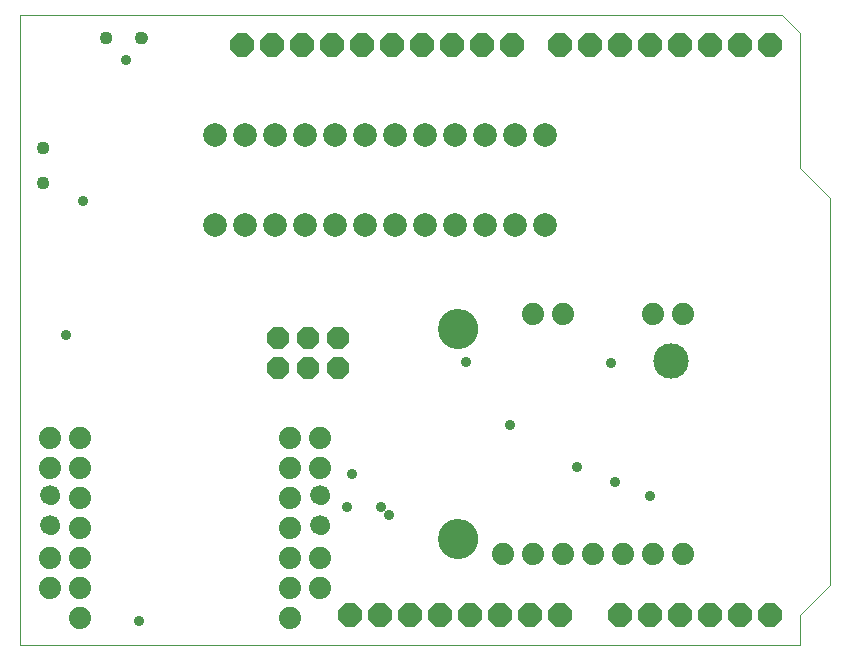
<source format=gbs>
G75*
%MOIN*%
%OFA0B0*%
%FSLAX25Y25*%
%IPPOS*%
%LPD*%
%AMOC8*
5,1,8,0,0,1.08239X$1,22.5*
%
%ADD10C,0.00004*%
%ADD11OC8,0.07944*%
%ADD12C,0.00000*%
%ADD13C,0.04343*%
%ADD14C,0.07400*%
%ADD15C,0.11824*%
%ADD16C,0.13398*%
%ADD17OC8,0.07226*%
%ADD18C,0.06300*%
%ADD19C,0.06600*%
%ADD20C,0.07887*%
%ADD21C,0.03556*%
D10*
X0016500Y0031300D02*
X0276500Y0031300D01*
X0276500Y0041300D01*
X0286500Y0051300D01*
X0286500Y0180300D01*
X0276500Y0190300D01*
X0276500Y0235300D01*
X0270500Y0241300D01*
X0016500Y0241300D01*
X0016500Y0031300D01*
D11*
X0126500Y0041300D03*
X0136500Y0041300D03*
X0146500Y0041300D03*
X0156500Y0041300D03*
X0166500Y0041300D03*
X0176500Y0041300D03*
X0186500Y0041300D03*
X0196500Y0041300D03*
X0216500Y0041300D03*
X0226500Y0041300D03*
X0236500Y0041300D03*
X0246500Y0041300D03*
X0256500Y0041300D03*
X0266500Y0041300D03*
X0266500Y0231300D03*
X0256500Y0231300D03*
X0246500Y0231300D03*
X0236500Y0231300D03*
X0226500Y0231300D03*
X0216500Y0231300D03*
X0206500Y0231300D03*
X0196500Y0231300D03*
X0180500Y0231300D03*
X0170500Y0231300D03*
X0160500Y0231300D03*
X0150500Y0231300D03*
X0140500Y0231300D03*
X0130500Y0231300D03*
X0120500Y0231300D03*
X0110500Y0231300D03*
X0100500Y0231300D03*
X0090500Y0231300D03*
D12*
X0055134Y0233800D02*
X0055136Y0233884D01*
X0055142Y0233967D01*
X0055152Y0234050D01*
X0055166Y0234133D01*
X0055183Y0234215D01*
X0055205Y0234296D01*
X0055230Y0234375D01*
X0055259Y0234454D01*
X0055292Y0234531D01*
X0055328Y0234606D01*
X0055368Y0234680D01*
X0055411Y0234752D01*
X0055458Y0234821D01*
X0055508Y0234888D01*
X0055561Y0234953D01*
X0055617Y0235015D01*
X0055675Y0235075D01*
X0055737Y0235132D01*
X0055801Y0235185D01*
X0055868Y0235236D01*
X0055937Y0235283D01*
X0056008Y0235328D01*
X0056081Y0235368D01*
X0056156Y0235405D01*
X0056233Y0235439D01*
X0056311Y0235469D01*
X0056390Y0235495D01*
X0056471Y0235518D01*
X0056553Y0235536D01*
X0056635Y0235551D01*
X0056718Y0235562D01*
X0056801Y0235569D01*
X0056885Y0235572D01*
X0056969Y0235571D01*
X0057052Y0235566D01*
X0057136Y0235557D01*
X0057218Y0235544D01*
X0057300Y0235528D01*
X0057381Y0235507D01*
X0057462Y0235483D01*
X0057540Y0235455D01*
X0057618Y0235423D01*
X0057694Y0235387D01*
X0057768Y0235348D01*
X0057840Y0235306D01*
X0057910Y0235260D01*
X0057978Y0235211D01*
X0058043Y0235159D01*
X0058106Y0235104D01*
X0058166Y0235046D01*
X0058224Y0234985D01*
X0058278Y0234921D01*
X0058330Y0234855D01*
X0058378Y0234787D01*
X0058423Y0234716D01*
X0058464Y0234643D01*
X0058503Y0234569D01*
X0058537Y0234493D01*
X0058568Y0234415D01*
X0058595Y0234336D01*
X0058619Y0234255D01*
X0058638Y0234174D01*
X0058654Y0234092D01*
X0058666Y0234009D01*
X0058674Y0233925D01*
X0058678Y0233842D01*
X0058678Y0233758D01*
X0058674Y0233675D01*
X0058666Y0233591D01*
X0058654Y0233508D01*
X0058638Y0233426D01*
X0058619Y0233345D01*
X0058595Y0233264D01*
X0058568Y0233185D01*
X0058537Y0233107D01*
X0058503Y0233031D01*
X0058464Y0232957D01*
X0058423Y0232884D01*
X0058378Y0232813D01*
X0058330Y0232745D01*
X0058278Y0232679D01*
X0058224Y0232615D01*
X0058166Y0232554D01*
X0058106Y0232496D01*
X0058043Y0232441D01*
X0057978Y0232389D01*
X0057910Y0232340D01*
X0057840Y0232294D01*
X0057768Y0232252D01*
X0057694Y0232213D01*
X0057618Y0232177D01*
X0057540Y0232145D01*
X0057462Y0232117D01*
X0057381Y0232093D01*
X0057300Y0232072D01*
X0057218Y0232056D01*
X0057136Y0232043D01*
X0057052Y0232034D01*
X0056969Y0232029D01*
X0056885Y0232028D01*
X0056801Y0232031D01*
X0056718Y0232038D01*
X0056635Y0232049D01*
X0056553Y0232064D01*
X0056471Y0232082D01*
X0056390Y0232105D01*
X0056311Y0232131D01*
X0056233Y0232161D01*
X0056156Y0232195D01*
X0056081Y0232232D01*
X0056008Y0232272D01*
X0055937Y0232317D01*
X0055868Y0232364D01*
X0055801Y0232415D01*
X0055737Y0232468D01*
X0055675Y0232525D01*
X0055617Y0232585D01*
X0055561Y0232647D01*
X0055508Y0232712D01*
X0055458Y0232779D01*
X0055411Y0232848D01*
X0055368Y0232920D01*
X0055328Y0232994D01*
X0055292Y0233069D01*
X0055259Y0233146D01*
X0055230Y0233225D01*
X0055205Y0233304D01*
X0055183Y0233385D01*
X0055166Y0233467D01*
X0055152Y0233550D01*
X0055142Y0233633D01*
X0055136Y0233716D01*
X0055134Y0233800D01*
X0043322Y0233800D02*
X0043324Y0233884D01*
X0043330Y0233967D01*
X0043340Y0234050D01*
X0043354Y0234133D01*
X0043371Y0234215D01*
X0043393Y0234296D01*
X0043418Y0234375D01*
X0043447Y0234454D01*
X0043480Y0234531D01*
X0043516Y0234606D01*
X0043556Y0234680D01*
X0043599Y0234752D01*
X0043646Y0234821D01*
X0043696Y0234888D01*
X0043749Y0234953D01*
X0043805Y0235015D01*
X0043863Y0235075D01*
X0043925Y0235132D01*
X0043989Y0235185D01*
X0044056Y0235236D01*
X0044125Y0235283D01*
X0044196Y0235328D01*
X0044269Y0235368D01*
X0044344Y0235405D01*
X0044421Y0235439D01*
X0044499Y0235469D01*
X0044578Y0235495D01*
X0044659Y0235518D01*
X0044741Y0235536D01*
X0044823Y0235551D01*
X0044906Y0235562D01*
X0044989Y0235569D01*
X0045073Y0235572D01*
X0045157Y0235571D01*
X0045240Y0235566D01*
X0045324Y0235557D01*
X0045406Y0235544D01*
X0045488Y0235528D01*
X0045569Y0235507D01*
X0045650Y0235483D01*
X0045728Y0235455D01*
X0045806Y0235423D01*
X0045882Y0235387D01*
X0045956Y0235348D01*
X0046028Y0235306D01*
X0046098Y0235260D01*
X0046166Y0235211D01*
X0046231Y0235159D01*
X0046294Y0235104D01*
X0046354Y0235046D01*
X0046412Y0234985D01*
X0046466Y0234921D01*
X0046518Y0234855D01*
X0046566Y0234787D01*
X0046611Y0234716D01*
X0046652Y0234643D01*
X0046691Y0234569D01*
X0046725Y0234493D01*
X0046756Y0234415D01*
X0046783Y0234336D01*
X0046807Y0234255D01*
X0046826Y0234174D01*
X0046842Y0234092D01*
X0046854Y0234009D01*
X0046862Y0233925D01*
X0046866Y0233842D01*
X0046866Y0233758D01*
X0046862Y0233675D01*
X0046854Y0233591D01*
X0046842Y0233508D01*
X0046826Y0233426D01*
X0046807Y0233345D01*
X0046783Y0233264D01*
X0046756Y0233185D01*
X0046725Y0233107D01*
X0046691Y0233031D01*
X0046652Y0232957D01*
X0046611Y0232884D01*
X0046566Y0232813D01*
X0046518Y0232745D01*
X0046466Y0232679D01*
X0046412Y0232615D01*
X0046354Y0232554D01*
X0046294Y0232496D01*
X0046231Y0232441D01*
X0046166Y0232389D01*
X0046098Y0232340D01*
X0046028Y0232294D01*
X0045956Y0232252D01*
X0045882Y0232213D01*
X0045806Y0232177D01*
X0045728Y0232145D01*
X0045650Y0232117D01*
X0045569Y0232093D01*
X0045488Y0232072D01*
X0045406Y0232056D01*
X0045324Y0232043D01*
X0045240Y0232034D01*
X0045157Y0232029D01*
X0045073Y0232028D01*
X0044989Y0232031D01*
X0044906Y0232038D01*
X0044823Y0232049D01*
X0044741Y0232064D01*
X0044659Y0232082D01*
X0044578Y0232105D01*
X0044499Y0232131D01*
X0044421Y0232161D01*
X0044344Y0232195D01*
X0044269Y0232232D01*
X0044196Y0232272D01*
X0044125Y0232317D01*
X0044056Y0232364D01*
X0043989Y0232415D01*
X0043925Y0232468D01*
X0043863Y0232525D01*
X0043805Y0232585D01*
X0043749Y0232647D01*
X0043696Y0232712D01*
X0043646Y0232779D01*
X0043599Y0232848D01*
X0043556Y0232920D01*
X0043516Y0232994D01*
X0043480Y0233069D01*
X0043447Y0233146D01*
X0043418Y0233225D01*
X0043393Y0233304D01*
X0043371Y0233385D01*
X0043354Y0233467D01*
X0043340Y0233550D01*
X0043330Y0233633D01*
X0043324Y0233716D01*
X0043322Y0233800D01*
X0022228Y0197206D02*
X0022230Y0197290D01*
X0022236Y0197373D01*
X0022246Y0197456D01*
X0022260Y0197539D01*
X0022277Y0197621D01*
X0022299Y0197702D01*
X0022324Y0197781D01*
X0022353Y0197860D01*
X0022386Y0197937D01*
X0022422Y0198012D01*
X0022462Y0198086D01*
X0022505Y0198158D01*
X0022552Y0198227D01*
X0022602Y0198294D01*
X0022655Y0198359D01*
X0022711Y0198421D01*
X0022769Y0198481D01*
X0022831Y0198538D01*
X0022895Y0198591D01*
X0022962Y0198642D01*
X0023031Y0198689D01*
X0023102Y0198734D01*
X0023175Y0198774D01*
X0023250Y0198811D01*
X0023327Y0198845D01*
X0023405Y0198875D01*
X0023484Y0198901D01*
X0023565Y0198924D01*
X0023647Y0198942D01*
X0023729Y0198957D01*
X0023812Y0198968D01*
X0023895Y0198975D01*
X0023979Y0198978D01*
X0024063Y0198977D01*
X0024146Y0198972D01*
X0024230Y0198963D01*
X0024312Y0198950D01*
X0024394Y0198934D01*
X0024475Y0198913D01*
X0024556Y0198889D01*
X0024634Y0198861D01*
X0024712Y0198829D01*
X0024788Y0198793D01*
X0024862Y0198754D01*
X0024934Y0198712D01*
X0025004Y0198666D01*
X0025072Y0198617D01*
X0025137Y0198565D01*
X0025200Y0198510D01*
X0025260Y0198452D01*
X0025318Y0198391D01*
X0025372Y0198327D01*
X0025424Y0198261D01*
X0025472Y0198193D01*
X0025517Y0198122D01*
X0025558Y0198049D01*
X0025597Y0197975D01*
X0025631Y0197899D01*
X0025662Y0197821D01*
X0025689Y0197742D01*
X0025713Y0197661D01*
X0025732Y0197580D01*
X0025748Y0197498D01*
X0025760Y0197415D01*
X0025768Y0197331D01*
X0025772Y0197248D01*
X0025772Y0197164D01*
X0025768Y0197081D01*
X0025760Y0196997D01*
X0025748Y0196914D01*
X0025732Y0196832D01*
X0025713Y0196751D01*
X0025689Y0196670D01*
X0025662Y0196591D01*
X0025631Y0196513D01*
X0025597Y0196437D01*
X0025558Y0196363D01*
X0025517Y0196290D01*
X0025472Y0196219D01*
X0025424Y0196151D01*
X0025372Y0196085D01*
X0025318Y0196021D01*
X0025260Y0195960D01*
X0025200Y0195902D01*
X0025137Y0195847D01*
X0025072Y0195795D01*
X0025004Y0195746D01*
X0024934Y0195700D01*
X0024862Y0195658D01*
X0024788Y0195619D01*
X0024712Y0195583D01*
X0024634Y0195551D01*
X0024556Y0195523D01*
X0024475Y0195499D01*
X0024394Y0195478D01*
X0024312Y0195462D01*
X0024230Y0195449D01*
X0024146Y0195440D01*
X0024063Y0195435D01*
X0023979Y0195434D01*
X0023895Y0195437D01*
X0023812Y0195444D01*
X0023729Y0195455D01*
X0023647Y0195470D01*
X0023565Y0195488D01*
X0023484Y0195511D01*
X0023405Y0195537D01*
X0023327Y0195567D01*
X0023250Y0195601D01*
X0023175Y0195638D01*
X0023102Y0195678D01*
X0023031Y0195723D01*
X0022962Y0195770D01*
X0022895Y0195821D01*
X0022831Y0195874D01*
X0022769Y0195931D01*
X0022711Y0195991D01*
X0022655Y0196053D01*
X0022602Y0196118D01*
X0022552Y0196185D01*
X0022505Y0196254D01*
X0022462Y0196326D01*
X0022422Y0196400D01*
X0022386Y0196475D01*
X0022353Y0196552D01*
X0022324Y0196631D01*
X0022299Y0196710D01*
X0022277Y0196791D01*
X0022260Y0196873D01*
X0022246Y0196956D01*
X0022236Y0197039D01*
X0022230Y0197122D01*
X0022228Y0197206D01*
X0022228Y0185394D02*
X0022230Y0185478D01*
X0022236Y0185561D01*
X0022246Y0185644D01*
X0022260Y0185727D01*
X0022277Y0185809D01*
X0022299Y0185890D01*
X0022324Y0185969D01*
X0022353Y0186048D01*
X0022386Y0186125D01*
X0022422Y0186200D01*
X0022462Y0186274D01*
X0022505Y0186346D01*
X0022552Y0186415D01*
X0022602Y0186482D01*
X0022655Y0186547D01*
X0022711Y0186609D01*
X0022769Y0186669D01*
X0022831Y0186726D01*
X0022895Y0186779D01*
X0022962Y0186830D01*
X0023031Y0186877D01*
X0023102Y0186922D01*
X0023175Y0186962D01*
X0023250Y0186999D01*
X0023327Y0187033D01*
X0023405Y0187063D01*
X0023484Y0187089D01*
X0023565Y0187112D01*
X0023647Y0187130D01*
X0023729Y0187145D01*
X0023812Y0187156D01*
X0023895Y0187163D01*
X0023979Y0187166D01*
X0024063Y0187165D01*
X0024146Y0187160D01*
X0024230Y0187151D01*
X0024312Y0187138D01*
X0024394Y0187122D01*
X0024475Y0187101D01*
X0024556Y0187077D01*
X0024634Y0187049D01*
X0024712Y0187017D01*
X0024788Y0186981D01*
X0024862Y0186942D01*
X0024934Y0186900D01*
X0025004Y0186854D01*
X0025072Y0186805D01*
X0025137Y0186753D01*
X0025200Y0186698D01*
X0025260Y0186640D01*
X0025318Y0186579D01*
X0025372Y0186515D01*
X0025424Y0186449D01*
X0025472Y0186381D01*
X0025517Y0186310D01*
X0025558Y0186237D01*
X0025597Y0186163D01*
X0025631Y0186087D01*
X0025662Y0186009D01*
X0025689Y0185930D01*
X0025713Y0185849D01*
X0025732Y0185768D01*
X0025748Y0185686D01*
X0025760Y0185603D01*
X0025768Y0185519D01*
X0025772Y0185436D01*
X0025772Y0185352D01*
X0025768Y0185269D01*
X0025760Y0185185D01*
X0025748Y0185102D01*
X0025732Y0185020D01*
X0025713Y0184939D01*
X0025689Y0184858D01*
X0025662Y0184779D01*
X0025631Y0184701D01*
X0025597Y0184625D01*
X0025558Y0184551D01*
X0025517Y0184478D01*
X0025472Y0184407D01*
X0025424Y0184339D01*
X0025372Y0184273D01*
X0025318Y0184209D01*
X0025260Y0184148D01*
X0025200Y0184090D01*
X0025137Y0184035D01*
X0025072Y0183983D01*
X0025004Y0183934D01*
X0024934Y0183888D01*
X0024862Y0183846D01*
X0024788Y0183807D01*
X0024712Y0183771D01*
X0024634Y0183739D01*
X0024556Y0183711D01*
X0024475Y0183687D01*
X0024394Y0183666D01*
X0024312Y0183650D01*
X0024230Y0183637D01*
X0024146Y0183628D01*
X0024063Y0183623D01*
X0023979Y0183622D01*
X0023895Y0183625D01*
X0023812Y0183632D01*
X0023729Y0183643D01*
X0023647Y0183658D01*
X0023565Y0183676D01*
X0023484Y0183699D01*
X0023405Y0183725D01*
X0023327Y0183755D01*
X0023250Y0183789D01*
X0023175Y0183826D01*
X0023102Y0183866D01*
X0023031Y0183911D01*
X0022962Y0183958D01*
X0022895Y0184009D01*
X0022831Y0184062D01*
X0022769Y0184119D01*
X0022711Y0184179D01*
X0022655Y0184241D01*
X0022602Y0184306D01*
X0022552Y0184373D01*
X0022505Y0184442D01*
X0022462Y0184514D01*
X0022422Y0184588D01*
X0022386Y0184663D01*
X0022353Y0184740D01*
X0022324Y0184819D01*
X0022299Y0184898D01*
X0022277Y0184979D01*
X0022260Y0185061D01*
X0022246Y0185144D01*
X0022236Y0185227D01*
X0022230Y0185310D01*
X0022228Y0185394D01*
X0023600Y0081300D02*
X0023602Y0081407D01*
X0023608Y0081514D01*
X0023618Y0081621D01*
X0023632Y0081727D01*
X0023649Y0081833D01*
X0023671Y0081938D01*
X0023697Y0082042D01*
X0023726Y0082145D01*
X0023759Y0082247D01*
X0023796Y0082348D01*
X0023836Y0082447D01*
X0023881Y0082544D01*
X0023928Y0082640D01*
X0023980Y0082735D01*
X0024034Y0082827D01*
X0024092Y0082917D01*
X0024154Y0083005D01*
X0024218Y0083090D01*
X0024286Y0083173D01*
X0024357Y0083254D01*
X0024431Y0083332D01*
X0024507Y0083407D01*
X0024586Y0083479D01*
X0024668Y0083548D01*
X0024752Y0083614D01*
X0024839Y0083677D01*
X0024928Y0083737D01*
X0025019Y0083793D01*
X0025112Y0083846D01*
X0025207Y0083896D01*
X0025304Y0083942D01*
X0025403Y0083984D01*
X0025503Y0084023D01*
X0025604Y0084058D01*
X0025706Y0084089D01*
X0025810Y0084117D01*
X0025915Y0084140D01*
X0026020Y0084160D01*
X0026126Y0084176D01*
X0026232Y0084188D01*
X0026339Y0084196D01*
X0026446Y0084200D01*
X0026554Y0084200D01*
X0026661Y0084196D01*
X0026768Y0084188D01*
X0026874Y0084176D01*
X0026980Y0084160D01*
X0027085Y0084140D01*
X0027190Y0084117D01*
X0027294Y0084089D01*
X0027396Y0084058D01*
X0027497Y0084023D01*
X0027597Y0083984D01*
X0027696Y0083942D01*
X0027793Y0083896D01*
X0027888Y0083846D01*
X0027981Y0083793D01*
X0028072Y0083737D01*
X0028161Y0083677D01*
X0028248Y0083614D01*
X0028332Y0083548D01*
X0028414Y0083479D01*
X0028493Y0083407D01*
X0028569Y0083332D01*
X0028643Y0083254D01*
X0028714Y0083173D01*
X0028782Y0083090D01*
X0028846Y0083005D01*
X0028908Y0082917D01*
X0028966Y0082827D01*
X0029020Y0082735D01*
X0029072Y0082640D01*
X0029119Y0082544D01*
X0029164Y0082447D01*
X0029204Y0082348D01*
X0029241Y0082247D01*
X0029274Y0082145D01*
X0029303Y0082042D01*
X0029329Y0081938D01*
X0029351Y0081833D01*
X0029368Y0081727D01*
X0029382Y0081621D01*
X0029392Y0081514D01*
X0029398Y0081407D01*
X0029400Y0081300D01*
X0029398Y0081193D01*
X0029392Y0081086D01*
X0029382Y0080979D01*
X0029368Y0080873D01*
X0029351Y0080767D01*
X0029329Y0080662D01*
X0029303Y0080558D01*
X0029274Y0080455D01*
X0029241Y0080353D01*
X0029204Y0080252D01*
X0029164Y0080153D01*
X0029119Y0080056D01*
X0029072Y0079960D01*
X0029020Y0079865D01*
X0028966Y0079773D01*
X0028908Y0079683D01*
X0028846Y0079595D01*
X0028782Y0079510D01*
X0028714Y0079427D01*
X0028643Y0079346D01*
X0028569Y0079268D01*
X0028493Y0079193D01*
X0028414Y0079121D01*
X0028332Y0079052D01*
X0028248Y0078986D01*
X0028161Y0078923D01*
X0028072Y0078863D01*
X0027981Y0078807D01*
X0027888Y0078754D01*
X0027793Y0078704D01*
X0027696Y0078658D01*
X0027597Y0078616D01*
X0027497Y0078577D01*
X0027396Y0078542D01*
X0027294Y0078511D01*
X0027190Y0078483D01*
X0027085Y0078460D01*
X0026980Y0078440D01*
X0026874Y0078424D01*
X0026768Y0078412D01*
X0026661Y0078404D01*
X0026554Y0078400D01*
X0026446Y0078400D01*
X0026339Y0078404D01*
X0026232Y0078412D01*
X0026126Y0078424D01*
X0026020Y0078440D01*
X0025915Y0078460D01*
X0025810Y0078483D01*
X0025706Y0078511D01*
X0025604Y0078542D01*
X0025503Y0078577D01*
X0025403Y0078616D01*
X0025304Y0078658D01*
X0025207Y0078704D01*
X0025112Y0078754D01*
X0025019Y0078807D01*
X0024928Y0078863D01*
X0024839Y0078923D01*
X0024752Y0078986D01*
X0024668Y0079052D01*
X0024586Y0079121D01*
X0024507Y0079193D01*
X0024431Y0079268D01*
X0024357Y0079346D01*
X0024286Y0079427D01*
X0024218Y0079510D01*
X0024154Y0079595D01*
X0024092Y0079683D01*
X0024034Y0079773D01*
X0023980Y0079865D01*
X0023928Y0079960D01*
X0023881Y0080056D01*
X0023836Y0080153D01*
X0023796Y0080252D01*
X0023759Y0080353D01*
X0023726Y0080455D01*
X0023697Y0080558D01*
X0023671Y0080662D01*
X0023649Y0080767D01*
X0023632Y0080873D01*
X0023618Y0080979D01*
X0023608Y0081086D01*
X0023602Y0081193D01*
X0023600Y0081300D01*
X0023600Y0071300D02*
X0023602Y0071407D01*
X0023608Y0071514D01*
X0023618Y0071621D01*
X0023632Y0071727D01*
X0023649Y0071833D01*
X0023671Y0071938D01*
X0023697Y0072042D01*
X0023726Y0072145D01*
X0023759Y0072247D01*
X0023796Y0072348D01*
X0023836Y0072447D01*
X0023881Y0072544D01*
X0023928Y0072640D01*
X0023980Y0072735D01*
X0024034Y0072827D01*
X0024092Y0072917D01*
X0024154Y0073005D01*
X0024218Y0073090D01*
X0024286Y0073173D01*
X0024357Y0073254D01*
X0024431Y0073332D01*
X0024507Y0073407D01*
X0024586Y0073479D01*
X0024668Y0073548D01*
X0024752Y0073614D01*
X0024839Y0073677D01*
X0024928Y0073737D01*
X0025019Y0073793D01*
X0025112Y0073846D01*
X0025207Y0073896D01*
X0025304Y0073942D01*
X0025403Y0073984D01*
X0025503Y0074023D01*
X0025604Y0074058D01*
X0025706Y0074089D01*
X0025810Y0074117D01*
X0025915Y0074140D01*
X0026020Y0074160D01*
X0026126Y0074176D01*
X0026232Y0074188D01*
X0026339Y0074196D01*
X0026446Y0074200D01*
X0026554Y0074200D01*
X0026661Y0074196D01*
X0026768Y0074188D01*
X0026874Y0074176D01*
X0026980Y0074160D01*
X0027085Y0074140D01*
X0027190Y0074117D01*
X0027294Y0074089D01*
X0027396Y0074058D01*
X0027497Y0074023D01*
X0027597Y0073984D01*
X0027696Y0073942D01*
X0027793Y0073896D01*
X0027888Y0073846D01*
X0027981Y0073793D01*
X0028072Y0073737D01*
X0028161Y0073677D01*
X0028248Y0073614D01*
X0028332Y0073548D01*
X0028414Y0073479D01*
X0028493Y0073407D01*
X0028569Y0073332D01*
X0028643Y0073254D01*
X0028714Y0073173D01*
X0028782Y0073090D01*
X0028846Y0073005D01*
X0028908Y0072917D01*
X0028966Y0072827D01*
X0029020Y0072735D01*
X0029072Y0072640D01*
X0029119Y0072544D01*
X0029164Y0072447D01*
X0029204Y0072348D01*
X0029241Y0072247D01*
X0029274Y0072145D01*
X0029303Y0072042D01*
X0029329Y0071938D01*
X0029351Y0071833D01*
X0029368Y0071727D01*
X0029382Y0071621D01*
X0029392Y0071514D01*
X0029398Y0071407D01*
X0029400Y0071300D01*
X0029398Y0071193D01*
X0029392Y0071086D01*
X0029382Y0070979D01*
X0029368Y0070873D01*
X0029351Y0070767D01*
X0029329Y0070662D01*
X0029303Y0070558D01*
X0029274Y0070455D01*
X0029241Y0070353D01*
X0029204Y0070252D01*
X0029164Y0070153D01*
X0029119Y0070056D01*
X0029072Y0069960D01*
X0029020Y0069865D01*
X0028966Y0069773D01*
X0028908Y0069683D01*
X0028846Y0069595D01*
X0028782Y0069510D01*
X0028714Y0069427D01*
X0028643Y0069346D01*
X0028569Y0069268D01*
X0028493Y0069193D01*
X0028414Y0069121D01*
X0028332Y0069052D01*
X0028248Y0068986D01*
X0028161Y0068923D01*
X0028072Y0068863D01*
X0027981Y0068807D01*
X0027888Y0068754D01*
X0027793Y0068704D01*
X0027696Y0068658D01*
X0027597Y0068616D01*
X0027497Y0068577D01*
X0027396Y0068542D01*
X0027294Y0068511D01*
X0027190Y0068483D01*
X0027085Y0068460D01*
X0026980Y0068440D01*
X0026874Y0068424D01*
X0026768Y0068412D01*
X0026661Y0068404D01*
X0026554Y0068400D01*
X0026446Y0068400D01*
X0026339Y0068404D01*
X0026232Y0068412D01*
X0026126Y0068424D01*
X0026020Y0068440D01*
X0025915Y0068460D01*
X0025810Y0068483D01*
X0025706Y0068511D01*
X0025604Y0068542D01*
X0025503Y0068577D01*
X0025403Y0068616D01*
X0025304Y0068658D01*
X0025207Y0068704D01*
X0025112Y0068754D01*
X0025019Y0068807D01*
X0024928Y0068863D01*
X0024839Y0068923D01*
X0024752Y0068986D01*
X0024668Y0069052D01*
X0024586Y0069121D01*
X0024507Y0069193D01*
X0024431Y0069268D01*
X0024357Y0069346D01*
X0024286Y0069427D01*
X0024218Y0069510D01*
X0024154Y0069595D01*
X0024092Y0069683D01*
X0024034Y0069773D01*
X0023980Y0069865D01*
X0023928Y0069960D01*
X0023881Y0070056D01*
X0023836Y0070153D01*
X0023796Y0070252D01*
X0023759Y0070353D01*
X0023726Y0070455D01*
X0023697Y0070558D01*
X0023671Y0070662D01*
X0023649Y0070767D01*
X0023632Y0070873D01*
X0023618Y0070979D01*
X0023608Y0071086D01*
X0023602Y0071193D01*
X0023600Y0071300D01*
X0113600Y0071300D02*
X0113602Y0071407D01*
X0113608Y0071514D01*
X0113618Y0071621D01*
X0113632Y0071727D01*
X0113649Y0071833D01*
X0113671Y0071938D01*
X0113697Y0072042D01*
X0113726Y0072145D01*
X0113759Y0072247D01*
X0113796Y0072348D01*
X0113836Y0072447D01*
X0113881Y0072544D01*
X0113928Y0072640D01*
X0113980Y0072735D01*
X0114034Y0072827D01*
X0114092Y0072917D01*
X0114154Y0073005D01*
X0114218Y0073090D01*
X0114286Y0073173D01*
X0114357Y0073254D01*
X0114431Y0073332D01*
X0114507Y0073407D01*
X0114586Y0073479D01*
X0114668Y0073548D01*
X0114752Y0073614D01*
X0114839Y0073677D01*
X0114928Y0073737D01*
X0115019Y0073793D01*
X0115112Y0073846D01*
X0115207Y0073896D01*
X0115304Y0073942D01*
X0115403Y0073984D01*
X0115503Y0074023D01*
X0115604Y0074058D01*
X0115706Y0074089D01*
X0115810Y0074117D01*
X0115915Y0074140D01*
X0116020Y0074160D01*
X0116126Y0074176D01*
X0116232Y0074188D01*
X0116339Y0074196D01*
X0116446Y0074200D01*
X0116554Y0074200D01*
X0116661Y0074196D01*
X0116768Y0074188D01*
X0116874Y0074176D01*
X0116980Y0074160D01*
X0117085Y0074140D01*
X0117190Y0074117D01*
X0117294Y0074089D01*
X0117396Y0074058D01*
X0117497Y0074023D01*
X0117597Y0073984D01*
X0117696Y0073942D01*
X0117793Y0073896D01*
X0117888Y0073846D01*
X0117981Y0073793D01*
X0118072Y0073737D01*
X0118161Y0073677D01*
X0118248Y0073614D01*
X0118332Y0073548D01*
X0118414Y0073479D01*
X0118493Y0073407D01*
X0118569Y0073332D01*
X0118643Y0073254D01*
X0118714Y0073173D01*
X0118782Y0073090D01*
X0118846Y0073005D01*
X0118908Y0072917D01*
X0118966Y0072827D01*
X0119020Y0072735D01*
X0119072Y0072640D01*
X0119119Y0072544D01*
X0119164Y0072447D01*
X0119204Y0072348D01*
X0119241Y0072247D01*
X0119274Y0072145D01*
X0119303Y0072042D01*
X0119329Y0071938D01*
X0119351Y0071833D01*
X0119368Y0071727D01*
X0119382Y0071621D01*
X0119392Y0071514D01*
X0119398Y0071407D01*
X0119400Y0071300D01*
X0119398Y0071193D01*
X0119392Y0071086D01*
X0119382Y0070979D01*
X0119368Y0070873D01*
X0119351Y0070767D01*
X0119329Y0070662D01*
X0119303Y0070558D01*
X0119274Y0070455D01*
X0119241Y0070353D01*
X0119204Y0070252D01*
X0119164Y0070153D01*
X0119119Y0070056D01*
X0119072Y0069960D01*
X0119020Y0069865D01*
X0118966Y0069773D01*
X0118908Y0069683D01*
X0118846Y0069595D01*
X0118782Y0069510D01*
X0118714Y0069427D01*
X0118643Y0069346D01*
X0118569Y0069268D01*
X0118493Y0069193D01*
X0118414Y0069121D01*
X0118332Y0069052D01*
X0118248Y0068986D01*
X0118161Y0068923D01*
X0118072Y0068863D01*
X0117981Y0068807D01*
X0117888Y0068754D01*
X0117793Y0068704D01*
X0117696Y0068658D01*
X0117597Y0068616D01*
X0117497Y0068577D01*
X0117396Y0068542D01*
X0117294Y0068511D01*
X0117190Y0068483D01*
X0117085Y0068460D01*
X0116980Y0068440D01*
X0116874Y0068424D01*
X0116768Y0068412D01*
X0116661Y0068404D01*
X0116554Y0068400D01*
X0116446Y0068400D01*
X0116339Y0068404D01*
X0116232Y0068412D01*
X0116126Y0068424D01*
X0116020Y0068440D01*
X0115915Y0068460D01*
X0115810Y0068483D01*
X0115706Y0068511D01*
X0115604Y0068542D01*
X0115503Y0068577D01*
X0115403Y0068616D01*
X0115304Y0068658D01*
X0115207Y0068704D01*
X0115112Y0068754D01*
X0115019Y0068807D01*
X0114928Y0068863D01*
X0114839Y0068923D01*
X0114752Y0068986D01*
X0114668Y0069052D01*
X0114586Y0069121D01*
X0114507Y0069193D01*
X0114431Y0069268D01*
X0114357Y0069346D01*
X0114286Y0069427D01*
X0114218Y0069510D01*
X0114154Y0069595D01*
X0114092Y0069683D01*
X0114034Y0069773D01*
X0113980Y0069865D01*
X0113928Y0069960D01*
X0113881Y0070056D01*
X0113836Y0070153D01*
X0113796Y0070252D01*
X0113759Y0070353D01*
X0113726Y0070455D01*
X0113697Y0070558D01*
X0113671Y0070662D01*
X0113649Y0070767D01*
X0113632Y0070873D01*
X0113618Y0070979D01*
X0113608Y0071086D01*
X0113602Y0071193D01*
X0113600Y0071300D01*
X0113600Y0081300D02*
X0113602Y0081407D01*
X0113608Y0081514D01*
X0113618Y0081621D01*
X0113632Y0081727D01*
X0113649Y0081833D01*
X0113671Y0081938D01*
X0113697Y0082042D01*
X0113726Y0082145D01*
X0113759Y0082247D01*
X0113796Y0082348D01*
X0113836Y0082447D01*
X0113881Y0082544D01*
X0113928Y0082640D01*
X0113980Y0082735D01*
X0114034Y0082827D01*
X0114092Y0082917D01*
X0114154Y0083005D01*
X0114218Y0083090D01*
X0114286Y0083173D01*
X0114357Y0083254D01*
X0114431Y0083332D01*
X0114507Y0083407D01*
X0114586Y0083479D01*
X0114668Y0083548D01*
X0114752Y0083614D01*
X0114839Y0083677D01*
X0114928Y0083737D01*
X0115019Y0083793D01*
X0115112Y0083846D01*
X0115207Y0083896D01*
X0115304Y0083942D01*
X0115403Y0083984D01*
X0115503Y0084023D01*
X0115604Y0084058D01*
X0115706Y0084089D01*
X0115810Y0084117D01*
X0115915Y0084140D01*
X0116020Y0084160D01*
X0116126Y0084176D01*
X0116232Y0084188D01*
X0116339Y0084196D01*
X0116446Y0084200D01*
X0116554Y0084200D01*
X0116661Y0084196D01*
X0116768Y0084188D01*
X0116874Y0084176D01*
X0116980Y0084160D01*
X0117085Y0084140D01*
X0117190Y0084117D01*
X0117294Y0084089D01*
X0117396Y0084058D01*
X0117497Y0084023D01*
X0117597Y0083984D01*
X0117696Y0083942D01*
X0117793Y0083896D01*
X0117888Y0083846D01*
X0117981Y0083793D01*
X0118072Y0083737D01*
X0118161Y0083677D01*
X0118248Y0083614D01*
X0118332Y0083548D01*
X0118414Y0083479D01*
X0118493Y0083407D01*
X0118569Y0083332D01*
X0118643Y0083254D01*
X0118714Y0083173D01*
X0118782Y0083090D01*
X0118846Y0083005D01*
X0118908Y0082917D01*
X0118966Y0082827D01*
X0119020Y0082735D01*
X0119072Y0082640D01*
X0119119Y0082544D01*
X0119164Y0082447D01*
X0119204Y0082348D01*
X0119241Y0082247D01*
X0119274Y0082145D01*
X0119303Y0082042D01*
X0119329Y0081938D01*
X0119351Y0081833D01*
X0119368Y0081727D01*
X0119382Y0081621D01*
X0119392Y0081514D01*
X0119398Y0081407D01*
X0119400Y0081300D01*
X0119398Y0081193D01*
X0119392Y0081086D01*
X0119382Y0080979D01*
X0119368Y0080873D01*
X0119351Y0080767D01*
X0119329Y0080662D01*
X0119303Y0080558D01*
X0119274Y0080455D01*
X0119241Y0080353D01*
X0119204Y0080252D01*
X0119164Y0080153D01*
X0119119Y0080056D01*
X0119072Y0079960D01*
X0119020Y0079865D01*
X0118966Y0079773D01*
X0118908Y0079683D01*
X0118846Y0079595D01*
X0118782Y0079510D01*
X0118714Y0079427D01*
X0118643Y0079346D01*
X0118569Y0079268D01*
X0118493Y0079193D01*
X0118414Y0079121D01*
X0118332Y0079052D01*
X0118248Y0078986D01*
X0118161Y0078923D01*
X0118072Y0078863D01*
X0117981Y0078807D01*
X0117888Y0078754D01*
X0117793Y0078704D01*
X0117696Y0078658D01*
X0117597Y0078616D01*
X0117497Y0078577D01*
X0117396Y0078542D01*
X0117294Y0078511D01*
X0117190Y0078483D01*
X0117085Y0078460D01*
X0116980Y0078440D01*
X0116874Y0078424D01*
X0116768Y0078412D01*
X0116661Y0078404D01*
X0116554Y0078400D01*
X0116446Y0078400D01*
X0116339Y0078404D01*
X0116232Y0078412D01*
X0116126Y0078424D01*
X0116020Y0078440D01*
X0115915Y0078460D01*
X0115810Y0078483D01*
X0115706Y0078511D01*
X0115604Y0078542D01*
X0115503Y0078577D01*
X0115403Y0078616D01*
X0115304Y0078658D01*
X0115207Y0078704D01*
X0115112Y0078754D01*
X0115019Y0078807D01*
X0114928Y0078863D01*
X0114839Y0078923D01*
X0114752Y0078986D01*
X0114668Y0079052D01*
X0114586Y0079121D01*
X0114507Y0079193D01*
X0114431Y0079268D01*
X0114357Y0079346D01*
X0114286Y0079427D01*
X0114218Y0079510D01*
X0114154Y0079595D01*
X0114092Y0079683D01*
X0114034Y0079773D01*
X0113980Y0079865D01*
X0113928Y0079960D01*
X0113881Y0080056D01*
X0113836Y0080153D01*
X0113796Y0080252D01*
X0113759Y0080353D01*
X0113726Y0080455D01*
X0113697Y0080558D01*
X0113671Y0080662D01*
X0113649Y0080767D01*
X0113632Y0080873D01*
X0113618Y0080979D01*
X0113608Y0081086D01*
X0113602Y0081193D01*
X0113600Y0081300D01*
X0156201Y0066800D02*
X0156203Y0066958D01*
X0156209Y0067116D01*
X0156219Y0067274D01*
X0156233Y0067432D01*
X0156251Y0067589D01*
X0156272Y0067746D01*
X0156298Y0067902D01*
X0156328Y0068058D01*
X0156361Y0068213D01*
X0156399Y0068366D01*
X0156440Y0068519D01*
X0156485Y0068671D01*
X0156534Y0068822D01*
X0156587Y0068971D01*
X0156643Y0069119D01*
X0156703Y0069265D01*
X0156767Y0069410D01*
X0156835Y0069553D01*
X0156906Y0069695D01*
X0156980Y0069835D01*
X0157058Y0069972D01*
X0157140Y0070108D01*
X0157224Y0070242D01*
X0157313Y0070373D01*
X0157404Y0070502D01*
X0157499Y0070629D01*
X0157596Y0070754D01*
X0157697Y0070876D01*
X0157801Y0070995D01*
X0157908Y0071112D01*
X0158018Y0071226D01*
X0158131Y0071337D01*
X0158246Y0071446D01*
X0158364Y0071551D01*
X0158485Y0071653D01*
X0158608Y0071753D01*
X0158734Y0071849D01*
X0158862Y0071942D01*
X0158992Y0072032D01*
X0159125Y0072118D01*
X0159260Y0072202D01*
X0159396Y0072281D01*
X0159535Y0072358D01*
X0159676Y0072430D01*
X0159818Y0072500D01*
X0159962Y0072565D01*
X0160108Y0072627D01*
X0160255Y0072685D01*
X0160404Y0072740D01*
X0160554Y0072791D01*
X0160705Y0072838D01*
X0160857Y0072881D01*
X0161010Y0072920D01*
X0161165Y0072956D01*
X0161320Y0072987D01*
X0161476Y0073015D01*
X0161632Y0073039D01*
X0161789Y0073059D01*
X0161947Y0073075D01*
X0162104Y0073087D01*
X0162263Y0073095D01*
X0162421Y0073099D01*
X0162579Y0073099D01*
X0162737Y0073095D01*
X0162896Y0073087D01*
X0163053Y0073075D01*
X0163211Y0073059D01*
X0163368Y0073039D01*
X0163524Y0073015D01*
X0163680Y0072987D01*
X0163835Y0072956D01*
X0163990Y0072920D01*
X0164143Y0072881D01*
X0164295Y0072838D01*
X0164446Y0072791D01*
X0164596Y0072740D01*
X0164745Y0072685D01*
X0164892Y0072627D01*
X0165038Y0072565D01*
X0165182Y0072500D01*
X0165324Y0072430D01*
X0165465Y0072358D01*
X0165604Y0072281D01*
X0165740Y0072202D01*
X0165875Y0072118D01*
X0166008Y0072032D01*
X0166138Y0071942D01*
X0166266Y0071849D01*
X0166392Y0071753D01*
X0166515Y0071653D01*
X0166636Y0071551D01*
X0166754Y0071446D01*
X0166869Y0071337D01*
X0166982Y0071226D01*
X0167092Y0071112D01*
X0167199Y0070995D01*
X0167303Y0070876D01*
X0167404Y0070754D01*
X0167501Y0070629D01*
X0167596Y0070502D01*
X0167687Y0070373D01*
X0167776Y0070242D01*
X0167860Y0070108D01*
X0167942Y0069972D01*
X0168020Y0069835D01*
X0168094Y0069695D01*
X0168165Y0069553D01*
X0168233Y0069410D01*
X0168297Y0069265D01*
X0168357Y0069119D01*
X0168413Y0068971D01*
X0168466Y0068822D01*
X0168515Y0068671D01*
X0168560Y0068519D01*
X0168601Y0068366D01*
X0168639Y0068213D01*
X0168672Y0068058D01*
X0168702Y0067902D01*
X0168728Y0067746D01*
X0168749Y0067589D01*
X0168767Y0067432D01*
X0168781Y0067274D01*
X0168791Y0067116D01*
X0168797Y0066958D01*
X0168799Y0066800D01*
X0168797Y0066642D01*
X0168791Y0066484D01*
X0168781Y0066326D01*
X0168767Y0066168D01*
X0168749Y0066011D01*
X0168728Y0065854D01*
X0168702Y0065698D01*
X0168672Y0065542D01*
X0168639Y0065387D01*
X0168601Y0065234D01*
X0168560Y0065081D01*
X0168515Y0064929D01*
X0168466Y0064778D01*
X0168413Y0064629D01*
X0168357Y0064481D01*
X0168297Y0064335D01*
X0168233Y0064190D01*
X0168165Y0064047D01*
X0168094Y0063905D01*
X0168020Y0063765D01*
X0167942Y0063628D01*
X0167860Y0063492D01*
X0167776Y0063358D01*
X0167687Y0063227D01*
X0167596Y0063098D01*
X0167501Y0062971D01*
X0167404Y0062846D01*
X0167303Y0062724D01*
X0167199Y0062605D01*
X0167092Y0062488D01*
X0166982Y0062374D01*
X0166869Y0062263D01*
X0166754Y0062154D01*
X0166636Y0062049D01*
X0166515Y0061947D01*
X0166392Y0061847D01*
X0166266Y0061751D01*
X0166138Y0061658D01*
X0166008Y0061568D01*
X0165875Y0061482D01*
X0165740Y0061398D01*
X0165604Y0061319D01*
X0165465Y0061242D01*
X0165324Y0061170D01*
X0165182Y0061100D01*
X0165038Y0061035D01*
X0164892Y0060973D01*
X0164745Y0060915D01*
X0164596Y0060860D01*
X0164446Y0060809D01*
X0164295Y0060762D01*
X0164143Y0060719D01*
X0163990Y0060680D01*
X0163835Y0060644D01*
X0163680Y0060613D01*
X0163524Y0060585D01*
X0163368Y0060561D01*
X0163211Y0060541D01*
X0163053Y0060525D01*
X0162896Y0060513D01*
X0162737Y0060505D01*
X0162579Y0060501D01*
X0162421Y0060501D01*
X0162263Y0060505D01*
X0162104Y0060513D01*
X0161947Y0060525D01*
X0161789Y0060541D01*
X0161632Y0060561D01*
X0161476Y0060585D01*
X0161320Y0060613D01*
X0161165Y0060644D01*
X0161010Y0060680D01*
X0160857Y0060719D01*
X0160705Y0060762D01*
X0160554Y0060809D01*
X0160404Y0060860D01*
X0160255Y0060915D01*
X0160108Y0060973D01*
X0159962Y0061035D01*
X0159818Y0061100D01*
X0159676Y0061170D01*
X0159535Y0061242D01*
X0159396Y0061319D01*
X0159260Y0061398D01*
X0159125Y0061482D01*
X0158992Y0061568D01*
X0158862Y0061658D01*
X0158734Y0061751D01*
X0158608Y0061847D01*
X0158485Y0061947D01*
X0158364Y0062049D01*
X0158246Y0062154D01*
X0158131Y0062263D01*
X0158018Y0062374D01*
X0157908Y0062488D01*
X0157801Y0062605D01*
X0157697Y0062724D01*
X0157596Y0062846D01*
X0157499Y0062971D01*
X0157404Y0063098D01*
X0157313Y0063227D01*
X0157224Y0063358D01*
X0157140Y0063492D01*
X0157058Y0063628D01*
X0156980Y0063765D01*
X0156906Y0063905D01*
X0156835Y0064047D01*
X0156767Y0064190D01*
X0156703Y0064335D01*
X0156643Y0064481D01*
X0156587Y0064629D01*
X0156534Y0064778D01*
X0156485Y0064929D01*
X0156440Y0065081D01*
X0156399Y0065234D01*
X0156361Y0065387D01*
X0156328Y0065542D01*
X0156298Y0065698D01*
X0156272Y0065854D01*
X0156251Y0066011D01*
X0156233Y0066168D01*
X0156219Y0066326D01*
X0156209Y0066484D01*
X0156203Y0066642D01*
X0156201Y0066800D01*
X0227788Y0126200D02*
X0227790Y0126348D01*
X0227796Y0126496D01*
X0227806Y0126644D01*
X0227820Y0126791D01*
X0227838Y0126938D01*
X0227859Y0127084D01*
X0227885Y0127230D01*
X0227915Y0127375D01*
X0227948Y0127519D01*
X0227986Y0127662D01*
X0228027Y0127804D01*
X0228072Y0127945D01*
X0228120Y0128085D01*
X0228173Y0128224D01*
X0228229Y0128361D01*
X0228289Y0128496D01*
X0228352Y0128630D01*
X0228419Y0128762D01*
X0228490Y0128892D01*
X0228564Y0129020D01*
X0228641Y0129146D01*
X0228722Y0129270D01*
X0228806Y0129392D01*
X0228893Y0129511D01*
X0228984Y0129628D01*
X0229078Y0129743D01*
X0229174Y0129855D01*
X0229274Y0129965D01*
X0229376Y0130071D01*
X0229482Y0130175D01*
X0229590Y0130276D01*
X0229701Y0130374D01*
X0229814Y0130470D01*
X0229930Y0130562D01*
X0230048Y0130651D01*
X0230169Y0130736D01*
X0230292Y0130819D01*
X0230417Y0130898D01*
X0230544Y0130974D01*
X0230673Y0131046D01*
X0230804Y0131115D01*
X0230937Y0131180D01*
X0231072Y0131241D01*
X0231208Y0131299D01*
X0231345Y0131354D01*
X0231484Y0131404D01*
X0231625Y0131451D01*
X0231766Y0131494D01*
X0231909Y0131534D01*
X0232053Y0131569D01*
X0232197Y0131601D01*
X0232343Y0131628D01*
X0232489Y0131652D01*
X0232636Y0131672D01*
X0232783Y0131688D01*
X0232930Y0131700D01*
X0233078Y0131708D01*
X0233226Y0131712D01*
X0233374Y0131712D01*
X0233522Y0131708D01*
X0233670Y0131700D01*
X0233817Y0131688D01*
X0233964Y0131672D01*
X0234111Y0131652D01*
X0234257Y0131628D01*
X0234403Y0131601D01*
X0234547Y0131569D01*
X0234691Y0131534D01*
X0234834Y0131494D01*
X0234975Y0131451D01*
X0235116Y0131404D01*
X0235255Y0131354D01*
X0235392Y0131299D01*
X0235528Y0131241D01*
X0235663Y0131180D01*
X0235796Y0131115D01*
X0235927Y0131046D01*
X0236056Y0130974D01*
X0236183Y0130898D01*
X0236308Y0130819D01*
X0236431Y0130736D01*
X0236552Y0130651D01*
X0236670Y0130562D01*
X0236786Y0130470D01*
X0236899Y0130374D01*
X0237010Y0130276D01*
X0237118Y0130175D01*
X0237224Y0130071D01*
X0237326Y0129965D01*
X0237426Y0129855D01*
X0237522Y0129743D01*
X0237616Y0129628D01*
X0237707Y0129511D01*
X0237794Y0129392D01*
X0237878Y0129270D01*
X0237959Y0129146D01*
X0238036Y0129020D01*
X0238110Y0128892D01*
X0238181Y0128762D01*
X0238248Y0128630D01*
X0238311Y0128496D01*
X0238371Y0128361D01*
X0238427Y0128224D01*
X0238480Y0128085D01*
X0238528Y0127945D01*
X0238573Y0127804D01*
X0238614Y0127662D01*
X0238652Y0127519D01*
X0238685Y0127375D01*
X0238715Y0127230D01*
X0238741Y0127084D01*
X0238762Y0126938D01*
X0238780Y0126791D01*
X0238794Y0126644D01*
X0238804Y0126496D01*
X0238810Y0126348D01*
X0238812Y0126200D01*
X0238810Y0126052D01*
X0238804Y0125904D01*
X0238794Y0125756D01*
X0238780Y0125609D01*
X0238762Y0125462D01*
X0238741Y0125316D01*
X0238715Y0125170D01*
X0238685Y0125025D01*
X0238652Y0124881D01*
X0238614Y0124738D01*
X0238573Y0124596D01*
X0238528Y0124455D01*
X0238480Y0124315D01*
X0238427Y0124176D01*
X0238371Y0124039D01*
X0238311Y0123904D01*
X0238248Y0123770D01*
X0238181Y0123638D01*
X0238110Y0123508D01*
X0238036Y0123380D01*
X0237959Y0123254D01*
X0237878Y0123130D01*
X0237794Y0123008D01*
X0237707Y0122889D01*
X0237616Y0122772D01*
X0237522Y0122657D01*
X0237426Y0122545D01*
X0237326Y0122435D01*
X0237224Y0122329D01*
X0237118Y0122225D01*
X0237010Y0122124D01*
X0236899Y0122026D01*
X0236786Y0121930D01*
X0236670Y0121838D01*
X0236552Y0121749D01*
X0236431Y0121664D01*
X0236308Y0121581D01*
X0236183Y0121502D01*
X0236056Y0121426D01*
X0235927Y0121354D01*
X0235796Y0121285D01*
X0235663Y0121220D01*
X0235528Y0121159D01*
X0235392Y0121101D01*
X0235255Y0121046D01*
X0235116Y0120996D01*
X0234975Y0120949D01*
X0234834Y0120906D01*
X0234691Y0120866D01*
X0234547Y0120831D01*
X0234403Y0120799D01*
X0234257Y0120772D01*
X0234111Y0120748D01*
X0233964Y0120728D01*
X0233817Y0120712D01*
X0233670Y0120700D01*
X0233522Y0120692D01*
X0233374Y0120688D01*
X0233226Y0120688D01*
X0233078Y0120692D01*
X0232930Y0120700D01*
X0232783Y0120712D01*
X0232636Y0120728D01*
X0232489Y0120748D01*
X0232343Y0120772D01*
X0232197Y0120799D01*
X0232053Y0120831D01*
X0231909Y0120866D01*
X0231766Y0120906D01*
X0231625Y0120949D01*
X0231484Y0120996D01*
X0231345Y0121046D01*
X0231208Y0121101D01*
X0231072Y0121159D01*
X0230937Y0121220D01*
X0230804Y0121285D01*
X0230673Y0121354D01*
X0230544Y0121426D01*
X0230417Y0121502D01*
X0230292Y0121581D01*
X0230169Y0121664D01*
X0230048Y0121749D01*
X0229930Y0121838D01*
X0229814Y0121930D01*
X0229701Y0122026D01*
X0229590Y0122124D01*
X0229482Y0122225D01*
X0229376Y0122329D01*
X0229274Y0122435D01*
X0229174Y0122545D01*
X0229078Y0122657D01*
X0228984Y0122772D01*
X0228893Y0122889D01*
X0228806Y0123008D01*
X0228722Y0123130D01*
X0228641Y0123254D01*
X0228564Y0123380D01*
X0228490Y0123508D01*
X0228419Y0123638D01*
X0228352Y0123770D01*
X0228289Y0123904D01*
X0228229Y0124039D01*
X0228173Y0124176D01*
X0228120Y0124315D01*
X0228072Y0124455D01*
X0228027Y0124596D01*
X0227986Y0124738D01*
X0227948Y0124881D01*
X0227915Y0125025D01*
X0227885Y0125170D01*
X0227859Y0125316D01*
X0227838Y0125462D01*
X0227820Y0125609D01*
X0227806Y0125756D01*
X0227796Y0125904D01*
X0227790Y0126052D01*
X0227788Y0126200D01*
X0156201Y0136800D02*
X0156203Y0136958D01*
X0156209Y0137116D01*
X0156219Y0137274D01*
X0156233Y0137432D01*
X0156251Y0137589D01*
X0156272Y0137746D01*
X0156298Y0137902D01*
X0156328Y0138058D01*
X0156361Y0138213D01*
X0156399Y0138366D01*
X0156440Y0138519D01*
X0156485Y0138671D01*
X0156534Y0138822D01*
X0156587Y0138971D01*
X0156643Y0139119D01*
X0156703Y0139265D01*
X0156767Y0139410D01*
X0156835Y0139553D01*
X0156906Y0139695D01*
X0156980Y0139835D01*
X0157058Y0139972D01*
X0157140Y0140108D01*
X0157224Y0140242D01*
X0157313Y0140373D01*
X0157404Y0140502D01*
X0157499Y0140629D01*
X0157596Y0140754D01*
X0157697Y0140876D01*
X0157801Y0140995D01*
X0157908Y0141112D01*
X0158018Y0141226D01*
X0158131Y0141337D01*
X0158246Y0141446D01*
X0158364Y0141551D01*
X0158485Y0141653D01*
X0158608Y0141753D01*
X0158734Y0141849D01*
X0158862Y0141942D01*
X0158992Y0142032D01*
X0159125Y0142118D01*
X0159260Y0142202D01*
X0159396Y0142281D01*
X0159535Y0142358D01*
X0159676Y0142430D01*
X0159818Y0142500D01*
X0159962Y0142565D01*
X0160108Y0142627D01*
X0160255Y0142685D01*
X0160404Y0142740D01*
X0160554Y0142791D01*
X0160705Y0142838D01*
X0160857Y0142881D01*
X0161010Y0142920D01*
X0161165Y0142956D01*
X0161320Y0142987D01*
X0161476Y0143015D01*
X0161632Y0143039D01*
X0161789Y0143059D01*
X0161947Y0143075D01*
X0162104Y0143087D01*
X0162263Y0143095D01*
X0162421Y0143099D01*
X0162579Y0143099D01*
X0162737Y0143095D01*
X0162896Y0143087D01*
X0163053Y0143075D01*
X0163211Y0143059D01*
X0163368Y0143039D01*
X0163524Y0143015D01*
X0163680Y0142987D01*
X0163835Y0142956D01*
X0163990Y0142920D01*
X0164143Y0142881D01*
X0164295Y0142838D01*
X0164446Y0142791D01*
X0164596Y0142740D01*
X0164745Y0142685D01*
X0164892Y0142627D01*
X0165038Y0142565D01*
X0165182Y0142500D01*
X0165324Y0142430D01*
X0165465Y0142358D01*
X0165604Y0142281D01*
X0165740Y0142202D01*
X0165875Y0142118D01*
X0166008Y0142032D01*
X0166138Y0141942D01*
X0166266Y0141849D01*
X0166392Y0141753D01*
X0166515Y0141653D01*
X0166636Y0141551D01*
X0166754Y0141446D01*
X0166869Y0141337D01*
X0166982Y0141226D01*
X0167092Y0141112D01*
X0167199Y0140995D01*
X0167303Y0140876D01*
X0167404Y0140754D01*
X0167501Y0140629D01*
X0167596Y0140502D01*
X0167687Y0140373D01*
X0167776Y0140242D01*
X0167860Y0140108D01*
X0167942Y0139972D01*
X0168020Y0139835D01*
X0168094Y0139695D01*
X0168165Y0139553D01*
X0168233Y0139410D01*
X0168297Y0139265D01*
X0168357Y0139119D01*
X0168413Y0138971D01*
X0168466Y0138822D01*
X0168515Y0138671D01*
X0168560Y0138519D01*
X0168601Y0138366D01*
X0168639Y0138213D01*
X0168672Y0138058D01*
X0168702Y0137902D01*
X0168728Y0137746D01*
X0168749Y0137589D01*
X0168767Y0137432D01*
X0168781Y0137274D01*
X0168791Y0137116D01*
X0168797Y0136958D01*
X0168799Y0136800D01*
X0168797Y0136642D01*
X0168791Y0136484D01*
X0168781Y0136326D01*
X0168767Y0136168D01*
X0168749Y0136011D01*
X0168728Y0135854D01*
X0168702Y0135698D01*
X0168672Y0135542D01*
X0168639Y0135387D01*
X0168601Y0135234D01*
X0168560Y0135081D01*
X0168515Y0134929D01*
X0168466Y0134778D01*
X0168413Y0134629D01*
X0168357Y0134481D01*
X0168297Y0134335D01*
X0168233Y0134190D01*
X0168165Y0134047D01*
X0168094Y0133905D01*
X0168020Y0133765D01*
X0167942Y0133628D01*
X0167860Y0133492D01*
X0167776Y0133358D01*
X0167687Y0133227D01*
X0167596Y0133098D01*
X0167501Y0132971D01*
X0167404Y0132846D01*
X0167303Y0132724D01*
X0167199Y0132605D01*
X0167092Y0132488D01*
X0166982Y0132374D01*
X0166869Y0132263D01*
X0166754Y0132154D01*
X0166636Y0132049D01*
X0166515Y0131947D01*
X0166392Y0131847D01*
X0166266Y0131751D01*
X0166138Y0131658D01*
X0166008Y0131568D01*
X0165875Y0131482D01*
X0165740Y0131398D01*
X0165604Y0131319D01*
X0165465Y0131242D01*
X0165324Y0131170D01*
X0165182Y0131100D01*
X0165038Y0131035D01*
X0164892Y0130973D01*
X0164745Y0130915D01*
X0164596Y0130860D01*
X0164446Y0130809D01*
X0164295Y0130762D01*
X0164143Y0130719D01*
X0163990Y0130680D01*
X0163835Y0130644D01*
X0163680Y0130613D01*
X0163524Y0130585D01*
X0163368Y0130561D01*
X0163211Y0130541D01*
X0163053Y0130525D01*
X0162896Y0130513D01*
X0162737Y0130505D01*
X0162579Y0130501D01*
X0162421Y0130501D01*
X0162263Y0130505D01*
X0162104Y0130513D01*
X0161947Y0130525D01*
X0161789Y0130541D01*
X0161632Y0130561D01*
X0161476Y0130585D01*
X0161320Y0130613D01*
X0161165Y0130644D01*
X0161010Y0130680D01*
X0160857Y0130719D01*
X0160705Y0130762D01*
X0160554Y0130809D01*
X0160404Y0130860D01*
X0160255Y0130915D01*
X0160108Y0130973D01*
X0159962Y0131035D01*
X0159818Y0131100D01*
X0159676Y0131170D01*
X0159535Y0131242D01*
X0159396Y0131319D01*
X0159260Y0131398D01*
X0159125Y0131482D01*
X0158992Y0131568D01*
X0158862Y0131658D01*
X0158734Y0131751D01*
X0158608Y0131847D01*
X0158485Y0131947D01*
X0158364Y0132049D01*
X0158246Y0132154D01*
X0158131Y0132263D01*
X0158018Y0132374D01*
X0157908Y0132488D01*
X0157801Y0132605D01*
X0157697Y0132724D01*
X0157596Y0132846D01*
X0157499Y0132971D01*
X0157404Y0133098D01*
X0157313Y0133227D01*
X0157224Y0133358D01*
X0157140Y0133492D01*
X0157058Y0133628D01*
X0156980Y0133765D01*
X0156906Y0133905D01*
X0156835Y0134047D01*
X0156767Y0134190D01*
X0156703Y0134335D01*
X0156643Y0134481D01*
X0156587Y0134629D01*
X0156534Y0134778D01*
X0156485Y0134929D01*
X0156440Y0135081D01*
X0156399Y0135234D01*
X0156361Y0135387D01*
X0156328Y0135542D01*
X0156298Y0135698D01*
X0156272Y0135854D01*
X0156251Y0136011D01*
X0156233Y0136168D01*
X0156219Y0136326D01*
X0156209Y0136484D01*
X0156203Y0136642D01*
X0156201Y0136800D01*
D13*
X0056906Y0233800D03*
X0045094Y0233800D03*
X0024000Y0197206D03*
X0024000Y0185394D03*
D14*
X0026500Y0100300D03*
X0036500Y0100300D03*
X0036500Y0090300D03*
X0026500Y0090300D03*
X0036500Y0080300D03*
X0036500Y0070300D03*
X0036500Y0060300D03*
X0026500Y0060300D03*
X0026500Y0050300D03*
X0036500Y0050300D03*
X0036500Y0040300D03*
X0106500Y0040300D03*
X0106500Y0050300D03*
X0106500Y0060300D03*
X0106500Y0070300D03*
X0106500Y0080300D03*
X0106500Y0090300D03*
X0106500Y0100300D03*
X0116500Y0100300D03*
X0116500Y0090300D03*
X0116500Y0060300D03*
X0116500Y0050300D03*
X0177500Y0061800D03*
X0187500Y0061800D03*
X0197500Y0061800D03*
X0207500Y0061800D03*
X0217500Y0061800D03*
X0227500Y0061800D03*
X0237500Y0061800D03*
X0237500Y0141800D03*
X0227500Y0141800D03*
X0197500Y0141800D03*
X0187500Y0141800D03*
D15*
X0233300Y0126200D03*
D16*
X0162500Y0136800D03*
X0162500Y0066800D03*
D17*
X0122500Y0123800D03*
X0112500Y0123800D03*
X0102500Y0123800D03*
X0102500Y0133800D03*
X0112500Y0133800D03*
X0122500Y0133800D03*
D18*
X0116500Y0081300D03*
X0116500Y0071300D03*
X0026500Y0071300D03*
X0026500Y0081300D03*
D19*
X0026500Y0081300D03*
X0026500Y0071300D03*
X0116500Y0071300D03*
X0116500Y0081300D03*
D20*
X0111500Y0171300D03*
X0101500Y0171300D03*
X0091500Y0171300D03*
X0081500Y0171300D03*
X0081500Y0201300D03*
X0091500Y0201300D03*
X0101500Y0201300D03*
X0111500Y0201300D03*
X0121500Y0201300D03*
X0131500Y0201300D03*
X0141500Y0201300D03*
X0151500Y0201300D03*
X0161500Y0201300D03*
X0171500Y0201300D03*
X0181500Y0201300D03*
X0191500Y0201300D03*
X0191500Y0171300D03*
X0181500Y0171300D03*
X0171500Y0171300D03*
X0161500Y0171300D03*
X0151500Y0171300D03*
X0141500Y0171300D03*
X0131500Y0171300D03*
X0121500Y0171300D03*
D21*
X0165194Y0125573D03*
X0179588Y0104700D03*
X0202218Y0090650D03*
X0214585Y0085876D03*
X0226415Y0080956D03*
X0213361Y0125325D03*
X0139496Y0074821D03*
X0136864Y0077225D03*
X0125538Y0077213D03*
X0127133Y0088224D03*
X0056175Y0039406D03*
X0031743Y0134598D03*
X0037262Y0179424D03*
X0051610Y0226517D03*
M02*

</source>
